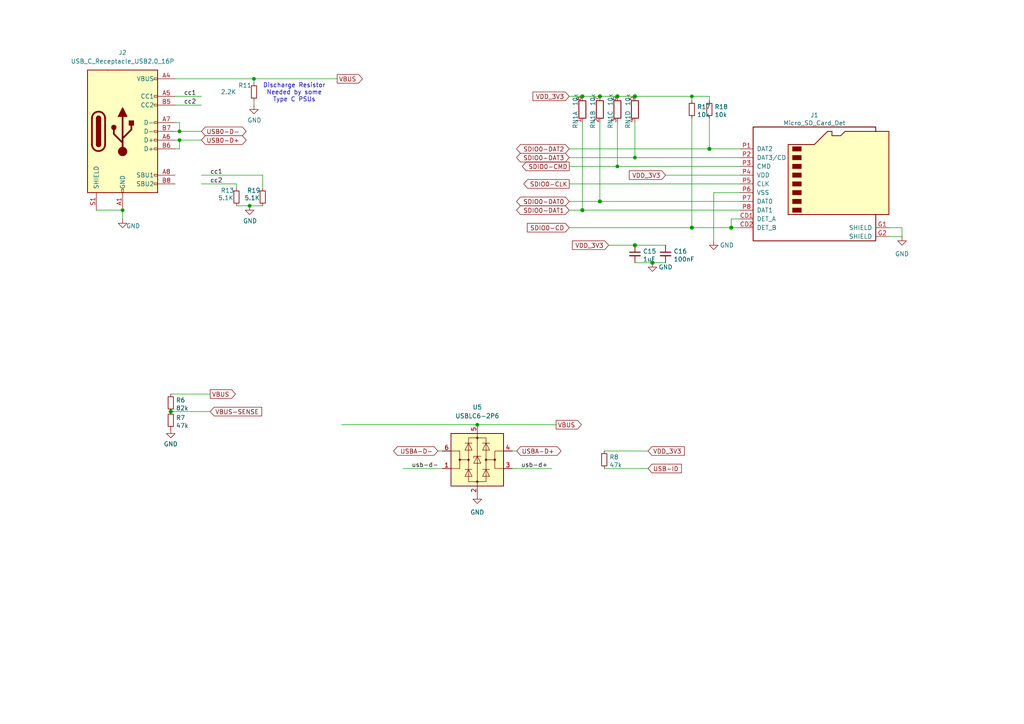
<source format=kicad_sch>
(kicad_sch (version 20250114) (generator "eeschema") (generator_version "9.0")
  (paper "A4")
  (lib_symbols
    (symbol "Connector:USB_C_Receptacle_USB2.0_16P" (pin_names (offset 1.016))
      (property "Reference" "J" (at 0 22.225 0))
      (property "Value" "USB_C_Receptacle_USB2.0_16P" (at 0 19.685 0))
      (symbol "USB_C_Receptacle_USB2.0_16P_0_0"
        (rectangle (start -0.254 -17.78) (end 0.254 -16.764))
        (rectangle (start 10.16 15.494) (end 9.144 14.986))
        (rectangle (start 10.16 10.414) (end 9.144 9.906))
        (rectangle (start 10.16 7.874) (end 9.144 7.366))
        (rectangle (start 10.16 2.794) (end 9.144 2.286))
        (rectangle (start 10.16 0.254) (end 9.144 -0.254))
        (rectangle (start 10.16 -2.286) (end 9.144 -2.794))
        (rectangle (start 10.16 -4.826) (end 9.144 -5.334))
        (rectangle (start 10.16 -12.446) (end 9.144 -12.954))
        (rectangle (start 10.16 -14.986) (end 9.144 -15.494))
      )
      (symbol "USB_C_Receptacle_USB2.0_16P_0_1"
        (rectangle (start -10.16 17.78) (end 10.16 -17.78) (stroke (width 0.254)) (fill (type background)))
        (polyline (pts (xy -8.89 -3.81) (xy -8.89 3.81)) (stroke (width 0.508)))
        (rectangle (start -7.62 -3.81) (end -6.35 3.81) (stroke (width 0.254)) (fill (type outline)))
        (arc (start -7.62 3.81) (mid -6.985 4.4423) (end -6.35 3.81) (stroke (width 0.254)))
        (arc (start -7.62 3.81) (mid -6.985 4.4423) (end -6.35 3.81) (stroke (width 0.254)) (fill (type outline)))
        (arc (start -8.89 3.81) (mid -6.985 5.7067) (end -5.08 3.81) (stroke (width 0.508)))
        (arc (start -5.08 -3.81) (mid -6.985 -5.7067) (end -8.89 -3.81) (stroke (width 0.508)))
        (arc (start -6.35 -3.81) (mid -6.985 -4.4423) (end -7.62 -3.81) (stroke (width 0.254)))
        (arc (start -6.35 -3.81) (mid -6.985 -4.4423) (end -7.62 -3.81) (stroke (width 0.254)) (fill (type outline)))
        (polyline (pts (xy -5.08 3.81) (xy -5.08 -3.81)) (stroke (width 0.508)))
        (circle (center -2.54 1.143) (radius 0.635) (stroke (width 0.254)) (fill (type outline)))
        (polyline (pts (xy -1.27 4.318) (xy 0 6.858) (xy 1.27 4.318) (xy -1.27 4.318)) (stroke (width 0.254)) (fill (type outline)))
        (polyline (pts (xy 0 -2.032) (xy 2.54 0.508) (xy 2.54 1.778)) (stroke (width 0.508)))
        (polyline (pts (xy 0 -3.302) (xy -2.54 -0.762) (xy -2.54 0.508)) (stroke (width 0.508)))
        (polyline (pts (xy 0 -5.842) (xy 0 4.318)) (stroke (width 0.508)))
        (circle (center 0 -5.842) (radius 1.27) (fill (type outline)))
        (rectangle (start 1.905 1.778) (end 3.175 3.048) (stroke (width 0.254)) (fill (type outline)))
      )
      (symbol "USB_C_Receptacle_USB2.0_16P_1_1"
        (pin passive line (at -7.62 -22.86 90) (length 5.08) (name "SHIELD") (number "S1"))
        (pin passive line (at 0 -22.86 90) (length 5.08) (name "GND") (number "A1"))
        (pin passive line (at 0 -22.86 90) (length 5.08) (hide yes) (name "GND") (number "A12"))
        (pin passive line (at 0 -22.86 90) (length 5.08) (hide yes) (name "GND") (number "B1"))
        (pin passive line (at 0 -22.86 90) (length 5.08) (hide yes) (name "GND") (number "B12"))
        (pin passive line (at 15.24 15.24 180) (length 5.08) (name "VBUS") (number "A4"))
        (pin passive line (at 15.24 15.24 180) (length 5.08) (hide yes) (name "VBUS") (number "A9"))
        (pin passive line (at 15.24 15.24 180) (length 5.08) (hide yes) (name "VBUS") (number "B4"))
        (pin passive line (at 15.24 15.24 180) (length 5.08) (hide yes) (name "VBUS") (number "B9"))
        (pin bidirectional line (at 15.24 10.16 180) (length 5.08) (name "CC1") (number "A5"))
        (pin bidirectional line (at 15.24 7.62 180) (length 5.08) (name "CC2") (number "B5"))
        (pin bidirectional line (at 15.24 2.54 180) (length 5.08) (name "D-") (number "A7"))
        (pin bidirectional line (at 15.24 0 180) (length 5.08) (name "D-") (number "B7"))
        (pin bidirectional line (at 15.24 -2.54 180) (length 5.08) (name "D+") (number "A6"))
        (pin bidirectional line (at 15.24 -5.08 180) (length 5.08) (name "D+") (number "B6"))
        (pin bidirectional line (at 15.24 -12.7 180) (length 5.08) (name "SBU1") (number "A8"))
        (pin bidirectional line (at 15.24 -15.24 180) (length 5.08) (name "SBU2") (number "B8"))
      )
    )
    (symbol "Device:C_Small" (pin_numbers (hide yes)) (pin_names (offset 0.254) (hide yes))
      (property "Reference" "C" (at 0.254 1.778 0))
      (property "Value" "C_Small" (at 0.254 -2.032 0))
      (symbol "C_Small_0_1"
        (polyline (pts (xy -1.524 0.508) (xy 1.524 0.508)) (stroke (width 0.3048)))
        (polyline (pts (xy -1.524 -0.508) (xy 1.524 -0.508)) (stroke (width 0.3302)))
      )
      (symbol "C_Small_1_1"
        (pin passive line (at 0 2.54 270) (length 2.032) (name "~") (number "1"))
        (pin passive line (at 0 -2.54 90) (length 2.032) (name "~") (number "2"))
      )
    )
    (symbol "Device:R_Pack04_Split" (pin_names (offset 0) (hide yes))
      (property "Reference" "RN" (at 2.032 0 90))
      (property "Value" "R_Pack04_Split" (at 0 0 90))
      (symbol "R_Pack04_Split_0_1"
        (rectangle (start 1.016 2.54) (end -1.016 -2.54) (stroke (width 0.254)))
      )
      (symbol "R_Pack04_Split_1_1"
        (pin passive line (at 0 3.81 270) (length 1.27) (name "R1.2") (number "8"))
        (pin passive line (at 0 -3.81 90) (length 1.27) (name "R1.1") (number "1"))
      )
      (symbol "R_Pack04_Split_2_1"
        (pin passive line (at 0 3.81 270) (length 1.27) (name "R2.2") (number "7"))
        (pin passive line (at 0 -3.81 90) (length 1.27) (name "R2.1") (number "2"))
      )
      (symbol "R_Pack04_Split_3_1"
        (pin passive line (at 0 3.81 270) (length 1.27) (name "R3.2") (number "6"))
        (pin passive line (at 0 -3.81 90) (length 1.27) (name "R3.1") (number "3"))
      )
      (symbol "R_Pack04_Split_4_1"
        (pin passive line (at 0 3.81 270) (length 1.27) (name "R4.2") (number "5"))
        (pin passive line (at 0 -3.81 90) (length 1.27) (name "R4.1") (number "4"))
      )
    )
    (symbol "Device:R_Small" (pin_numbers (hide yes)) (pin_names (offset 0.254) (hide yes))
      (property "Reference" "R" (at 0.762 0.508 0))
      (property "Value" "R_Small" (at 0.762 -1.016 0))
      (symbol "R_Small_0_1"
        (rectangle (start -0.762 1.778) (end 0.762 -1.778) (stroke (width 0.2032)))
      )
      (symbol "R_Small_1_1"
        (pin passive line (at 0 2.54 270) (length 0.762) (name "~") (number "1"))
        (pin passive line (at 0 -2.54 90) (length 0.762) (name "~") (number "2"))
      )
    )
    (symbol "Power_Protection:USBLC6-2P6" (pin_names (hide yes))
      (property "Reference" "U" (at 2.54 8.89 0))
      (property "Value" "USBLC6-2P6" (at 2.54 -8.89 0))
      (symbol "USBLC6-2P6_0_1"
        (rectangle (start -7.62 -7.62) (end 7.62 7.62) (stroke (width 0.254)) (fill (type background)))
        (polyline (pts (xy -5.08 2.54) (xy -7.62 2.54)))
        (circle (center -5.08 0) (radius 0.254) (fill (type outline)))
        (polyline (pts (xy -5.08 0) (xy -5.08 -2.54)))
        (polyline (pts (xy -5.08 -2.54) (xy -7.62 -2.54)))
        (polyline (pts (xy -3.556 2.794) (xy -1.524 2.794) (xy -2.54 4.826) (xy -3.556 2.794)))
        (polyline (pts (xy -3.556 -4.826) (xy -1.524 -4.826) (xy -2.54 -2.794) (xy -3.556 -4.826)))
        (rectangle (start -2.54 6.35) (end 2.54 -6.35))
        (circle (center -2.54 0) (radius 0.254) (fill (type outline)))
        (polyline (pts (xy -2.54 0) (xy -5.08 0) (xy -5.08 2.54)))
        (polyline (pts (xy -1.524 4.826) (xy -3.556 4.826)))
        (polyline (pts (xy -1.524 -2.794) (xy -3.556 -2.794)))
        (polyline (pts (xy -1.016 -1.016) (xy 1.016 -1.016) (xy 0 1.016) (xy -1.016 -1.016)))
        (circle (center 0 6.35) (radius 0.254) (fill (type outline)))
        (polyline (pts (xy 0 6.35) (xy 0 7.62)))
        (polyline (pts (xy 0 1.27) (xy 0 6.35)))
        (polyline (pts (xy 0 -6.35) (xy 0 1.27)))
        (circle (center 0 -6.35) (radius 0.254) (fill (type outline)))
        (polyline (pts (xy 0 -7.62) (xy 0 -6.35)))
        (polyline (pts (xy 1.016 1.016) (xy 0.762 1.016) (xy -1.016 1.016) (xy -1.016 0.508)))
        (polyline (pts (xy 1.524 4.826) (xy 3.556 4.826)))
        (polyline (pts (xy 1.524 -2.794) (xy 3.556 -2.794)))
        (polyline (pts (xy 2.54 0) (xy 5.08 0) (xy 5.08 2.54)))
        (circle (center 2.54 0) (radius 0.254) (fill (type outline)))
        (polyline (pts (xy 3.556 2.794) (xy 1.524 2.794) (xy 2.54 4.826) (xy 3.556 2.794)))
        (polyline (pts (xy 3.556 -4.826) (xy 1.524 -4.826) (xy 2.54 -2.794) (xy 3.556 -4.826)))
        (polyline (pts (xy 5.08 2.54) (xy 7.62 2.54)))
        (polyline (pts (xy 5.08 0) (xy 5.08 -2.54)))
        (circle (center 5.08 0) (radius 0.254) (fill (type outline)))
        (polyline (pts (xy 5.08 -2.54) (xy 7.62 -2.54)))
      )
      (symbol "USBLC6-2P6_1_1"
        (pin passive line (at -10.16 2.54 0) (length 2.54) (name "I/O1") (number "6"))
        (pin passive line (at -10.16 -2.54 0) (length 2.54) (name "I/O1") (number "1"))
        (pin passive line (at 0 10.16 270) (length 2.54) (name "VBUS") (number "5"))
        (pin passive line (at 0 -10.16 90) (length 2.54) (name "GND") (number "2"))
        (pin passive line (at 10.16 2.54 180) (length 2.54) (name "I/O2") (number "4"))
        (pin passive line (at 10.16 -2.54 180) (length 2.54) (name "I/O2") (number "3"))
      )
    )
    (symbol "gct:Micro_SD_Card_Det" (pin_names (offset 1.016))
      (property "Reference" "J" (at -16.51 17.78 0))
      (property "Value" "Micro_SD_Card_Det" (at 16.51 17.78 0))
      (symbol "Micro_SD_Card_Det_0_1"
        (polyline (pts (xy -8.89 -8.89) (xy -8.89 11.43) (xy -1.27 11.43) (xy 2.54 15.24) (xy 3.81 15.24) (xy 3.81 13.97) (xy 6.35 13.97) (xy 7.62 15.24) (xy 20.32 15.24) (xy 20.32 -8.89) (xy -8.89 -8.89)) (stroke (width 0.254)) (fill (type background)))
        (rectangle (start -7.62 10.795) (end -5.08 9.525) (fill (type outline)))
        (rectangle (start -7.62 8.255) (end -5.08 6.985) (fill (type outline)))
        (rectangle (start -7.62 5.715) (end -5.08 4.445) (fill (type outline)))
        (rectangle (start -7.62 3.175) (end -5.08 1.905) (fill (type outline)))
        (rectangle (start -7.62 0.635) (end -5.08 -0.635) (fill (type outline)))
        (rectangle (start -7.62 -1.905) (end -5.08 -3.175) (fill (type outline)))
        (rectangle (start -7.62 -4.445) (end -5.08 -5.715) (fill (type outline)))
        (rectangle (start -7.62 -6.985) (end -5.08 -8.255) (fill (type outline)))
        (polyline (pts (xy 16.51 15.24) (xy 16.51 16.51) (xy -19.05 16.51) (xy -19.05 -16.51) (xy 16.51 -16.51) (xy 16.51 -8.89)) (stroke (width 0.254)))
      )
      (symbol "Micro_SD_Card_Det_1_1"
        (pin bidirectional line (at -22.86 10.16 0) (length 3.81) (name "DAT2") (number "P1"))
        (pin bidirectional line (at -22.86 7.62 0) (length 3.81) (name "DAT3/CD") (number "P2"))
        (pin input line (at -22.86 5.08 0) (length 3.81) (name "CMD") (number "P3"))
        (pin power_in line (at -22.86 2.54 0) (length 3.81) (name "VDD") (number "P4"))
        (pin input line (at -22.86 0 0) (length 3.81) (name "CLK") (number "P5"))
        (pin power_in line (at -22.86 -2.54 0) (length 3.81) (name "VSS") (number "P6"))
        (pin bidirectional line (at -22.86 -5.08 0) (length 3.81) (name "DAT0") (number "P7"))
        (pin bidirectional line (at -22.86 -7.62 0) (length 3.81) (name "DAT1") (number "P8"))
        (pin passive line (at -22.86 -10.16 0) (length 3.81) (name "DET_A") (number "CD1"))
        (pin passive line (at -22.86 -12.7 0) (length 3.81) (name "DET_B") (number "CD2"))
        (pin passive line (at 20.32 -12.7 180) (length 3.81) (name "SHIELD") (number "G1"))
        (pin passive line (at 20.32 -15.24 180) (length 3.81) (name "SHIELD") (number "G2"))
      )
    )
    (symbol "power:GND" (power) (pin_names (offset 0))
      (property "Value" "GND" (at 0 -3.81 0))
      (symbol "GND_0_1"
        (polyline (pts (xy 0 0) (xy 0 -1.27) (xy 1.27 -1.27) (xy 0 -2.54) (xy -1.27 -1.27) (xy 0 -1.27)))
      )
      (symbol "GND_1_1"
        (pin power_in line (at 0 0 270) (length 0) (hide yes) (name "GND") (number "1"))
      )
    )
  )
  (text "Discharge Resistor\nNeeded by some\nType C PSUs" (at 85.344 26.924 0) (effects (font (size 1.27 1.27))))
  (junction (at 184.15 45.72))
  (junction (at 73.66 22.86))
  (junction (at 52.07 38.1))
  (junction (at 179.07 27.94) (diameter 1.016))
  (junction (at 173.99 27.94) (diameter 1.016))
  (junction (at 173.99 58.42) (diameter 1.016))
  (junction (at 168.91 27.94) (diameter 1.016))
  (junction (at 184.15 71.12) (diameter 1.016))
  (junction (at 205.74 43.18) (diameter 1.016))
  (junction (at 184.15 27.94) (diameter 1.016))
  (junction (at 189.23 76.2) (diameter 1.016))
  (junction (at 49.53 119.38) (diameter 1.016))
  (junction (at 200.66 66.04) (diameter 1.016))
  (junction (at 52.07 40.64))
  (junction (at 138.43 123.19))
  (junction (at 212.09 66.04) (diameter 1.016))
  (junction (at 168.91 60.96) (diameter 1.016))
  (junction (at 35.56 60.96))
  (junction (at 179.07 48.26))
  (junction (at 72.39 59.69))
  (junction (at 200.66 27.94))
  (wire (pts (xy 175.26 135.89) (xy 187.96 135.89)))
  (wire (pts (xy 73.66 22.86) (xy 97.79 22.86)))
  (wire (pts (xy 193.04 50.8) (xy 214.63 50.8)))
  (wire (pts (xy 68.58 54.61) (xy 68.58 53.34)))
  (wire (pts (xy 173.99 35.56) (xy 173.99 58.42)))
  (wire (pts (xy 35.56 60.96) (xy 35.56 63.5)))
  (wire (pts (xy 73.66 22.86) (xy 73.66 24.13)))
  (wire (pts (xy 184.15 76.2) (xy 189.23 76.2)))
  (wire (pts (xy 189.23 76.2) (xy 193.04 76.2)))
  (wire (pts (xy 173.99 58.42) (xy 214.63 58.42)))
  (wire (pts (xy 165.1 58.42) (xy 173.99 58.42)))
  (wire (pts (xy 50.8 43.18) (xy 52.07 43.18)))
  (wire (pts (xy 58.42 53.34) (xy 68.58 53.34)))
  (wire (pts (xy 50.8 40.64) (xy 52.07 40.64)))
  (wire (pts (xy 49.53 119.38) (xy 60.96 119.38)))
  (wire (pts (xy 52.07 43.18) (xy 52.07 40.64)))
  (wire (pts (xy 205.74 29.21) (xy 205.74 27.94)))
  (wire (pts (xy 148.59 135.89) (xy 160.02 135.89)))
  (wire (pts (xy 50.8 35.56) (xy 52.07 35.56)))
  (wire (pts (xy 165.1 45.72) (xy 184.15 45.72)))
  (wire (pts (xy 205.74 43.18) (xy 214.63 43.18)))
  (wire (pts (xy 165.1 43.18) (xy 205.74 43.18)))
  (wire (pts (xy 50.8 30.48) (xy 58.42 30.48)))
  (wire (pts (xy 68.58 59.69) (xy 72.39 59.69)))
  (wire (pts (xy 99.06 123.19) (xy 138.43 123.19)))
  (wire (pts (xy 52.07 38.1) (xy 58.42 38.1)))
  (wire (pts (xy 179.07 35.56) (xy 179.07 48.26)))
  (wire (pts (xy 168.91 35.56) (xy 168.91 60.96)))
  (wire (pts (xy 148.59 130.81) (xy 149.86 130.81)))
  (wire (pts (xy 168.91 60.96) (xy 214.63 60.96)))
  (wire (pts (xy 165.1 60.96) (xy 168.91 60.96)))
  (wire (pts (xy 73.66 29.21) (xy 73.66 30.48)))
  (wire (pts (xy 76.2 50.8) (xy 76.2 54.61)))
  (wire (pts (xy 50.8 27.94) (xy 58.42 27.94)))
  (wire (pts (xy 205.74 34.29) (xy 205.74 43.18)))
  (wire (pts (xy 138.43 123.19) (xy 161.29 123.19)))
  (wire (pts (xy 52.07 40.64) (xy 58.42 40.64)))
  (wire (pts (xy 116.84 135.89) (xy 128.27 135.89)))
  (wire (pts (xy 50.8 22.86) (xy 73.66 22.86)))
  (wire (pts (xy 261.62 68.58) (xy 257.81 68.58)))
  (wire (pts (xy 257.81 66.04) (xy 261.62 66.04)))
  (wire (pts (xy 261.62 66.04) (xy 261.62 68.58)))
  (wire (pts (xy 179.07 48.26) (xy 214.63 48.26)))
  (wire (pts (xy 179.07 27.94) (xy 184.15 27.94)))
  (wire (pts (xy 173.99 27.94) (xy 179.07 27.94)))
  (wire (pts (xy 168.91 27.94) (xy 173.99 27.94)))
  (wire (pts (xy 165.1 27.94) (xy 168.91 27.94)))
  (wire (pts (xy 184.15 27.94) (xy 200.66 27.94)))
  (wire (pts (xy 127 130.81) (xy 128.27 130.81)))
  (wire (pts (xy 200.66 34.29) (xy 200.66 66.04)))
  (wire (pts (xy 50.8 38.1) (xy 52.07 38.1)))
  (wire (pts (xy 58.42 50.8) (xy 76.2 50.8)))
  (wire (pts (xy 165.1 53.34) (xy 214.63 53.34)))
  (wire (pts (xy 214.63 55.88) (xy 207.01 55.88)))
  (wire (pts (xy 207.01 55.88) (xy 207.01 69.85)))
  (wire (pts (xy 176.53 71.12) (xy 184.15 71.12)))
  (wire (pts (xy 184.15 71.12) (xy 193.04 71.12)))
  (wire (pts (xy 214.63 63.5) (xy 212.09 63.5)))
  (wire (pts (xy 212.09 66.04) (xy 214.63 66.04)))
  (wire (pts (xy 212.09 63.5) (xy 212.09 66.04)))
  (wire (pts (xy 49.53 114.3) (xy 60.96 114.3)))
  (wire (pts (xy 175.26 130.81) (xy 187.96 130.81)))
  (wire (pts (xy 184.15 45.72) (xy 214.63 45.72)))
  (wire (pts (xy 165.1 48.26) (xy 179.07 48.26)))
  (wire (pts (xy 27.94 60.96) (xy 35.56 60.96)))
  (wire (pts (xy 200.66 27.94) (xy 200.66 29.21)))
  (wire (pts (xy 165.1 66.04) (xy 200.66 66.04)))
  (wire (pts (xy 200.66 66.04) (xy 212.09 66.04)))
  (wire (pts (xy 184.15 35.56) (xy 184.15 45.72)))
  (wire (pts (xy 72.39 59.69) (xy 76.2 59.69)))
  (wire (pts (xy 52.07 35.56) (xy 52.07 38.1)))
  (wire (pts (xy 205.74 27.94) (xy 200.66 27.94)))
  (label "cc1" (at 53.34 27.94 0))
  (label "cc1" (at 60.96 50.8 0))
  (label "usb-d+" (at 151.13 135.89 0))
  (label "cc2" (at 60.96 53.34 0))
  (label "usb-d-" (at 119.38 135.89 0))
  (label "cc2" (at 53.34 30.48 0))
  (global_label "SDIO0-DAT1" (shape bidirectional) (at 165.1 60.96 180) (property "Intersheetrefs" "${INTERSHEET_REFS}" (effects (hide yes))))
  (global_label "SDIO0-DAT0" (shape bidirectional) (at 165.1 58.42 180) (property "Intersheetrefs" "${INTERSHEET_REFS}" (effects (hide yes))))
  (global_label "USB0-D+" (shape bidirectional) (at 58.42 40.64 0) (property "Intersheetrefs" "${INTERSHEET_REFS}" (effects (hide yes))))
  (global_label "USB0-D-" (shape bidirectional) (at 58.42 38.1 0) (property "Intersheetrefs" "${INTERSHEET_REFS}" (effects (hide yes))))
  (global_label "SDIO0-DAT2" (shape bidirectional) (at 165.1 43.18 180) (property "Intersheetrefs" "${INTERSHEET_REFS}" (effects (hide yes))))
  (global_label "USB-ID" (shape input) (at 187.96 135.89 0) (property "Intersheetrefs" "${INTERSHEET_REFS}" (effects (hide yes))))
  (global_label "USBA-D-" (shape bidirectional) (at 127 130.81 180) (property "Intersheetrefs" "${INTERSHEET_REFS}" (effects (hide yes))))
  (global_label "VBUS-SENSE" (shape input) (at 60.96 119.38 0) (property "Intersheetrefs" "${INTERSHEET_REFS}" (effects (hide yes))))
  (global_label "VDD_3V3" (shape input) (at 176.53 71.12 180) (property "Intersheetrefs" "${INTERSHEET_REFS}" (effects (hide yes))))
  (global_label "VBUS" (shape output) (at 60.96 114.3 0) (property "Intersheetrefs" "${INTERSHEET_REFS}" (effects (hide yes))))
  (global_label "VBUS" (shape output) (at 161.29 123.19 0) (property "Intersheetrefs" "${INTERSHEET_REFS}" (effects (hide yes))))
  (global_label "VDD_3V3" (shape input) (at 193.04 50.8 180) (property "Intersheetrefs" "${INTERSHEET_REFS}" (effects (hide yes))))
  (global_label "VDD_3V3" (shape input) (at 187.96 130.81 0) (property "Intersheetrefs" "${INTERSHEET_REFS}" (effects (hide yes))))
  (global_label "SDIO0-DAT3" (shape bidirectional) (at 165.1 45.72 180) (property "Intersheetrefs" "${INTERSHEET_REFS}" (effects (hide yes))))
  (global_label "SDIO0-CD" (shape input) (at 165.1 66.04 180) (property "Intersheetrefs" "${INTERSHEET_REFS}" (effects (hide yes))))
  (global_label "USBA-D+" (shape bidirectional) (at 149.86 130.81 0) (property "Intersheetrefs" "${INTERSHEET_REFS}" (effects (hide yes))))
  (global_label "SDIO0-CMD" (shape output) (at 165.1 48.26 180) (property "Intersheetrefs" "${INTERSHEET_REFS}" (effects (hide yes))))
  (global_label "SDIO0-CLK" (shape output) (at 165.1 53.34 180) (property "Intersheetrefs" "${INTERSHEET_REFS}" (effects (hide yes))))
  (global_label "VBUS" (shape output) (at 97.79 22.86 0) (property "Intersheetrefs" "${INTERSHEET_REFS}" (effects (hide yes))))
  (global_label "VDD_3V3" (shape input) (at 165.1 27.94 180) (property "Intersheetrefs" "${INTERSHEET_REFS}" (effects (hide yes))))
  (symbol (lib_id "Device:R_Small") (at 205.74 31.75 0) (unit 1)
    (property "Reference" "R18" (at 207.2387 30.9891 0) (effects (justify left)))
    (property "Value" "10k" (at 207.2387 33.2878 0) (effects (justify left)))
    (property "Footprint" "Resistor_SMD:R_0402_1005Metric" (effects (hide yes)))
    (property "Datasheet" "~{}" (effects (hide yes)))
  )
  (symbol (lib_id "power:GND") (at 73.66 30.48 0) (unit 1)
    (property "Reference" "#PWR031" (effects (hide yes)))
    (property "Value" "GND" (at 73.787 34.8742 0))
    (property "Description" "Power symbol creates a global label with name \"GND\" , ground" (effects (hide yes)))
  )
  (symbol (lib_id "Connector:USB_C_Receptacle_USB2.0_16P") (at 35.56 38.1 0) (unit 1)
    (property "Reference" "J2" (at 35.56 15.24 0))
    (property "Value" "USB_C_Receptacle_USB2.0_16P" (at 35.56 17.78 0))
    (property "Footprint" "Connector_USB:USB_C_Receptacle_GCT_USB4105-xx-A_16P_TopMnt_Horizontal" (effects (hide yes)))
    (property "Datasheet" "https://www.usb.org/sites/default/files/documents/usb_type-c.zip" (effects (hide yes)))
    (property "Description" "USB 2.0-only 16P Type-C Receptacle connector" (effects (hide yes)))
  )
  (symbol (lib_id "power:GND") (at 35.56 63.5 0) (unit 1)
    (property "Reference" "#PWR0129" (effects (hide yes)))
    (property "Value" "GND" (at 38.608 65.532 0))
  )
  (symbol (lib_id "Device:R_Small") (at 49.53 116.84 0) (unit 1)
    (property "Reference" "R6" (at 51.0287 116.0791 0) (effects (justify left)))
    (property "Value" "82k" (at 51.0287 118.3778 0) (effects (justify left)))
    (property "Footprint" "Resistor_SMD:R_0402_1005Metric" (effects (hide yes)))
    (property "Datasheet" "~{}" (effects (hide yes)))
  )
  (symbol (lib_id "Device:R_Pack04_Split") (at 168.91 31.75 0) (unit 1)
    (property "Reference" "RN1" (at 166.8781 37.3391 90) (effects (justify left)))
    (property "Value" "10k" (at 166.8781 30.7478 90) (effects (justify left)))
    (property "Footprint" "Resistor_SMD:R_Array_Convex_4x0402" (effects (hide yes)))
    (property "Datasheet" "~{}" (effects (hide yes)))
  )
  (symbol (lib_id "power:GND") (at 261.62 68.58 0) (unit 1)
    (property "Reference" "#PWR0115" (effects (hide yes)))
    (property "Value" "GND" (at 261.62 73.66 0))
  )
  (symbol (lib_id "Device:R_Small") (at 175.26 133.35 0) (unit 1)
    (property "Reference" "R8" (at 176.7587 132.5891 0) (effects (justify left)))
    (property "Value" "47k" (at 176.7587 134.8878 0) (effects (justify left)))
    (property "Footprint" "Resistor_SMD:R_0402_1005Metric" (effects (hide yes)))
    (property "Datasheet" "~{}" (effects (hide yes)))
  )
  (symbol (lib_id "power:GND") (at 189.23 76.2 0) (unit 1)
    (property "Reference" "#PWR0120" (effects (hide yes)))
    (property "Value" "GND" (at 193.04 77.47 0))
  )
  (symbol (lib_id "Device:R_Small") (at 49.53 121.92 0) (unit 1)
    (property "Reference" "R7" (at 51.0287 121.1591 0) (effects (justify left)))
    (property "Value" "47k" (at 51.0287 123.4578 0) (effects (justify left)))
    (property "Footprint" "Resistor_SMD:R_0402_1005Metric" (effects (hide yes)))
    (property "Datasheet" "~{}" (effects (hide yes)))
  )
  (symbol (lib_id "power:GND") (at 207.01 69.85 0) (unit 1)
    (property "Reference" "#PWR0116" (effects (hide yes)))
    (property "Value" "GND" (at 210.82 71.12 0))
  )
  (symbol (lib_id "Device:R_Pack04_Split") (at 173.99 31.75 0) (unit 2)
    (property "Reference" "RN1" (at 171.9581 37.3391 90) (effects (justify left)))
    (property "Value" "10k" (at 171.9581 30.7478 90) (effects (justify left)))
    (property "Footprint" "Resistor_SMD:R_Array_Convex_4x0402" (effects (hide yes)))
    (property "Datasheet" "~{}" (effects (hide yes)))
  )
  (symbol (lib_id "Device:C_Small") (at 184.15 73.66 0) (unit 1)
    (property "Reference" "C15" (at 186.4742 72.8991 0) (effects (justify left)))
    (property "Value" "1uF" (at 186.4742 75.1978 0) (effects (justify left)))
    (property "Footprint" "Capacitor_SMD:C_0402_1005Metric" (effects (hide yes)))
    (property "Datasheet" "~{}" (effects (hide yes)))
  )
  (symbol (lib_id "Power_Protection:USBLC6-2P6") (at 138.43 133.35 0) (unit 1)
    (property "Reference" "U5" (at 138.43 118.11 0))
    (property "Value" "USBLC6-2P6" (at 138.43 120.65 0))
    (property "Footprint" "Package_TO_SOT_SMD:SOT-666" (effects (hide yes)))
    (property "Datasheet" "https://www.st.com/resource/en/datasheet/usblc6-2.pdf" (effects (hide yes)))
  )
  (symbol (lib_id "Device:R_Pack04_Split") (at 179.07 31.75 0) (unit 3)
    (property "Reference" "RN1" (at 177.0381 37.3391 90) (effects (justify left)))
    (property "Value" "10k" (at 177.0381 30.7478 90) (effects (justify left)))
    (property "Footprint" "Resistor_SMD:R_Array_Convex_4x0402" (effects (hide yes)))
    (property "Datasheet" "~{}" (effects (hide yes)))
  )
  (symbol (lib_id "Device:R_Small") (at 68.58 57.15 0) (unit 1)
    (property "Reference" "R13" (at 64.008 55.245 0) (effects (justify left)))
    (property "Value" "5.1K" (at 63.246 57.404 0) (effects (justify left)))
    (property "Footprint" "Resistor_SMD:R_0402_1005Metric" (effects (hide yes)))
    (property "Description" "Resistor, small symbol" (effects (hide yes)))
    (property "Field4" "Farnell" (effects (hide yes)))
    (property "Part Description" "Resistor 2.2K M1005 1% 63mW" (effects (hide yes)))
  )
  (symbol (lib_id "Device:R_Pack04_Split") (at 184.15 31.75 0) (unit 4)
    (property "Reference" "RN1" (at 182.1181 37.3391 90) (effects (justify left)))
    (property "Value" "10k" (at 182.1181 30.7478 90) (effects (justify left)))
    (property "Footprint" "Resistor_SMD:R_Array_Convex_4x0402" (effects (hide yes)))
    (property "Datasheet" "~{}" (effects (hide yes)))
  )
  (symbol (lib_id "power:GND") (at 72.39 59.69 0) (unit 1)
    (property "Reference" "#PWR032" (effects (hide yes)))
    (property "Value" "GND" (at 72.517 64.0842 0))
    (property "Description" "Power symbol creates a global label with name \"GND\" , ground" (effects (hide yes)))
  )
  (symbol (lib_id "Device:R_Small") (at 200.66 31.75 0) (unit 1)
    (property "Reference" "R17" (at 202.1587 30.9891 0) (effects (justify left)))
    (property "Value" "10k" (at 202.1587 33.2878 0) (effects (justify left)))
    (property "Footprint" "Resistor_SMD:R_0402_1005Metric" (effects (hide yes)))
    (property "Datasheet" "~{}" (effects (hide yes)))
  )
  (symbol (lib_id "Device:R_Small") (at 73.66 26.67 0) (unit 1)
    (property "Reference" "R11" (at 69.088 24.765 0) (effects (justify left)))
    (property "Value" "2.2K" (at 64.008 26.67 0) (effects (justify left)))
    (property "Footprint" "Resistor_SMD:R_0402_1005Metric" (effects (hide yes)))
    (property "Description" "Resistor, small symbol" (effects (hide yes)))
    (property "Field4" "Farnell" (effects (hide yes)))
    (property "Part Description" "Resistor 2.2K M1005 1% 63mW" (effects (hide yes)))
  )
  (symbol (lib_id "Device:C_Small") (at 193.04 73.66 0) (unit 1)
    (property "Reference" "C16" (at 195.3642 72.8991 0) (effects (justify left)))
    (property "Value" "100nF" (at 195.3642 75.1978 0) (effects (justify left)))
    (property "Footprint" "Capacitor_SMD:C_0402_1005Metric" (effects (hide yes)))
    (property "Datasheet" "~{}" (effects (hide yes)))
  )
  (symbol (lib_id "gct:Micro_SD_Card_Det") (at 237.49 53.34 0) (unit 1)
    (property "Reference" "J1" (at 236.22 33.3968 0))
    (property "Value" "Micro_SD_Card_Det" (at 236.22 35.6955 0))
    (property "Footprint" "gct:MEM20610118800A" (effects (hide yes)))
    (property "Datasheet" "https://www.hirose.com/product/en/download_file/key_name/DM3/category/Catalog/doc_file_id/49662/?file_category_id=4&item_id=195&is_series=1" (effects (hide yes)))
  )
  (symbol (lib_id "power:GND") (at 138.43 143.51 0) (unit 1)
    (property "Reference" "#PWR0156" (effects (hide yes)))
    (property "Value" "GND" (at 138.43 148.59 0))
  )
  (symbol (lib_id "power:GND") (at 49.53 124.46 0) (unit 1)
    (property "Reference" "#PWR0134" (effects (hide yes)))
    (property "Value" "GND" (at 49.53 128.7844 0))
  )
  (symbol (lib_id "Device:R_Small") (at 76.2 57.15 0) (unit 1)
    (property "Reference" "R19" (at 71.628 55.245 0) (effects (justify left)))
    (property "Value" "5.1K" (at 70.866 57.404 0) (effects (justify left)))
    (property "Footprint" "Resistor_SMD:R_0402_1005Metric" (effects (hide yes)))
    (property "Description" "Resistor, small symbol" (effects (hide yes)))
    (property "Field4" "Farnell" (effects (hide yes)))
    (property "Part Description" "Resistor 2.2K M1005 1% 63mW" (effects (hide yes)))
  )
)
</source>
